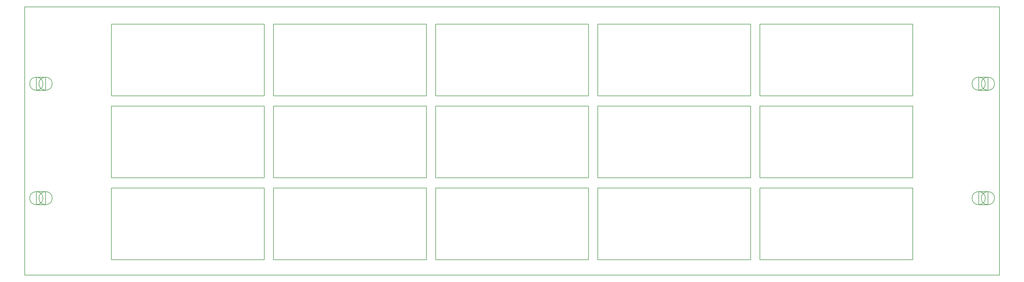
<source format=gko>
G04 Layer: BoardOutlineLayer*
G04 EasyEDA v6.5.34, 2023-08-21 18:11:39*
G04 b0c215f11f5c46fba8be08c724f20454,5a6b42c53f6a479593ecc07194224c93,10*
G04 Gerber Generator version 0.2*
G04 Scale: 100 percent, Rotated: No, Reflected: No *
G04 Dimensions in millimeters *
G04 leading zeros omitted , absolute positions ,4 integer and 5 decimal *
%FSLAX45Y45*%
%MOMM*%

%ADD10C,0.2540*%
D10*
X0Y13296900D02*
G01*
X48260000Y13296900D01*
X48260000Y0D01*
X0Y-3070D01*
X0Y13296900D01*
G75*
G01*
X711200Y9486900D02*
G02*
X1361597Y9486900I325199J0D01*
G75*
G01*
X1361597Y9486900D02*
G02*
X711200Y9486900I-325198J0D01*
X711200Y9486900D02*
G01*
X711200Y9486900D01*
X579198Y9811893D02*
G01*
X579198Y9161881D01*
X579198Y9161881D02*
G01*
X1036398Y9161881D01*
X1036398Y9161881D02*
G01*
X1036398Y9811893D01*
X1036398Y9811893D02*
G01*
X579198Y9811893D01*
G75*
G01*
X254000Y9486900D02*
G02*
X904397Y9486900I325199J0D01*
G75*
G01*
X904397Y9486900D02*
G02*
X254000Y9486900I-325198J0D01*
X254000Y9486900D02*
G01*
X254000Y9486900D01*
G75*
G01*
X254000Y3810000D02*
G02*
X904397Y3810000I325199J0D01*
G75*
G01*
X904397Y3810000D02*
G02*
X254000Y3810000I-325198J0D01*
X254000Y3810000D02*
G01*
X254000Y3810000D01*
X579198Y4134993D02*
G01*
X579198Y3484981D01*
X579198Y3484981D02*
G01*
X1036398Y3484981D01*
X1036398Y3484981D02*
G01*
X1036398Y4134993D01*
X1036398Y4134993D02*
G01*
X579198Y4134993D01*
G75*
G01*
X711200Y3810000D02*
G02*
X1361597Y3810000I325199J0D01*
G75*
G01*
X1361597Y3810000D02*
G02*
X711200Y3810000I-325198J0D01*
X711200Y3810000D02*
G01*
X711200Y3810000D01*
G75*
G01*
X47365696Y3810000D02*
G02*
X48016094Y3810000I325199J0D01*
G75*
G01*
X48016094Y3810000D02*
G02*
X47365696Y3810000I-325199J0D01*
X47365696Y3810000D02*
G01*
X47365696Y3810000D01*
X47233695Y4134993D02*
G01*
X47233695Y3484981D01*
X47233695Y3484981D02*
G01*
X47690895Y3484981D01*
X47690895Y3484981D02*
G01*
X47690895Y4134993D01*
X47690895Y4134993D02*
G01*
X47233695Y4134993D01*
G75*
G01*
X46908496Y3810000D02*
G02*
X47558894Y3810000I325199J0D01*
G75*
G01*
X47558894Y3810000D02*
G02*
X46908496Y3810000I-325199J0D01*
X46908496Y3810000D02*
G01*
X46908496Y3810000D01*
G75*
G01*
X46908496Y9486900D02*
G02*
X47558894Y9486900I325199J0D01*
G75*
G01*
X47558894Y9486900D02*
G02*
X46908496Y9486900I-325199J0D01*
X46908496Y9486900D02*
G01*
X46908496Y9486900D01*
X47233695Y9811893D02*
G01*
X47233695Y9161881D01*
X47233695Y9161881D02*
G01*
X47690895Y9161881D01*
X47690895Y9161881D02*
G01*
X47690895Y9811893D01*
X47690895Y9811893D02*
G01*
X47233695Y9811893D01*
G75*
G01*
X47365696Y9486900D02*
G02*
X48016094Y9486900I325199J0D01*
G75*
G01*
X48016094Y9486900D02*
G02*
X47365696Y9486900I-325199J0D01*
X47365696Y9486900D02*
G01*
X47365696Y9486900D01*
X4292592Y12445974D02*
G01*
X4292592Y8889982D01*
X4292592Y8889982D02*
G01*
X11861777Y8889982D01*
X11861777Y8889982D02*
G01*
X11861777Y12445974D01*
X11861777Y12445974D02*
G01*
X4292592Y12445974D01*
X36398126Y4317989D02*
G01*
X36398126Y761997D01*
X36398126Y761997D02*
G01*
X43967311Y761997D01*
X43967311Y761997D02*
G01*
X43967311Y4317989D01*
X43967311Y4317989D02*
G01*
X36398126Y4317989D01*
X28371744Y4317992D02*
G01*
X28371744Y762000D01*
X28371744Y762000D02*
G01*
X35940928Y762000D01*
X35940928Y762000D02*
G01*
X35940928Y4317992D01*
X35940928Y4317992D02*
G01*
X28371744Y4317992D01*
X36398126Y8381982D02*
G01*
X36398126Y4825989D01*
X36398126Y4825989D02*
G01*
X43967311Y4825989D01*
X43967311Y4825989D02*
G01*
X43967311Y8381982D01*
X43967311Y8381982D02*
G01*
X36398126Y8381982D01*
X4292592Y4317992D02*
G01*
X4292592Y762000D01*
X4292592Y762000D02*
G01*
X11861774Y762000D01*
X11861774Y762000D02*
G01*
X11861774Y4317992D01*
X11861774Y4317992D02*
G01*
X4292592Y4317992D01*
X4292594Y8381982D02*
G01*
X4292594Y4825989D01*
X4292594Y4825989D02*
G01*
X11861794Y4825989D01*
X11861794Y4825989D02*
G01*
X11861794Y8381982D01*
X11861794Y8381982D02*
G01*
X4292594Y8381982D01*
X12318974Y12445974D02*
G01*
X12318974Y8889982D01*
X12318974Y8889982D02*
G01*
X19888159Y8889982D01*
X19888159Y8889982D02*
G01*
X19888159Y12445974D01*
X19888159Y12445974D02*
G01*
X12318974Y12445974D01*
X12318974Y8381982D02*
G01*
X12318974Y4825989D01*
X12318974Y4825989D02*
G01*
X19888159Y4825989D01*
X19888159Y4825989D02*
G01*
X19888159Y8381982D01*
X19888159Y8381982D02*
G01*
X12318974Y8381982D01*
X12318974Y4317992D02*
G01*
X12318974Y762000D01*
X12318974Y762000D02*
G01*
X19888161Y762000D01*
X19888161Y762000D02*
G01*
X19888161Y4317992D01*
X19888161Y4317992D02*
G01*
X12318974Y4317992D01*
X20345361Y12445977D02*
G01*
X20345361Y8889984D01*
X20345361Y8889984D02*
G01*
X27914546Y8889984D01*
X27914546Y8889984D02*
G01*
X27914546Y12445977D01*
X27914546Y12445977D02*
G01*
X20345361Y12445977D01*
X20345361Y8381984D02*
G01*
X20345361Y4825992D01*
X20345361Y4825992D02*
G01*
X27914546Y4825992D01*
X27914546Y4825992D02*
G01*
X27914546Y8381984D01*
X27914546Y8381984D02*
G01*
X20345361Y8381984D01*
X20345361Y4317989D02*
G01*
X20345361Y761997D01*
X20345361Y761997D02*
G01*
X27914546Y761997D01*
X27914546Y761997D02*
G01*
X27914546Y4317989D01*
X27914546Y4317989D02*
G01*
X20345361Y4317989D01*
X28371744Y12445974D02*
G01*
X28371744Y8889982D01*
X28371744Y8889982D02*
G01*
X35940928Y8889982D01*
X35940928Y8889982D02*
G01*
X35940928Y12445974D01*
X35940928Y12445974D02*
G01*
X28371744Y12445974D01*
X36398126Y12445977D02*
G01*
X36398126Y8889984D01*
X36398126Y8889984D02*
G01*
X43967311Y8889984D01*
X43967311Y8889984D02*
G01*
X43967311Y12445977D01*
X43967311Y12445977D02*
G01*
X36398126Y12445977D01*
X28371744Y8381982D02*
G01*
X28371744Y4825989D01*
X28371744Y4825989D02*
G01*
X35940928Y4825989D01*
X35940928Y4825989D02*
G01*
X35940928Y8381982D01*
X35940928Y8381982D02*
G01*
X28371744Y8381982D01*

%LPD*%
M02*

</source>
